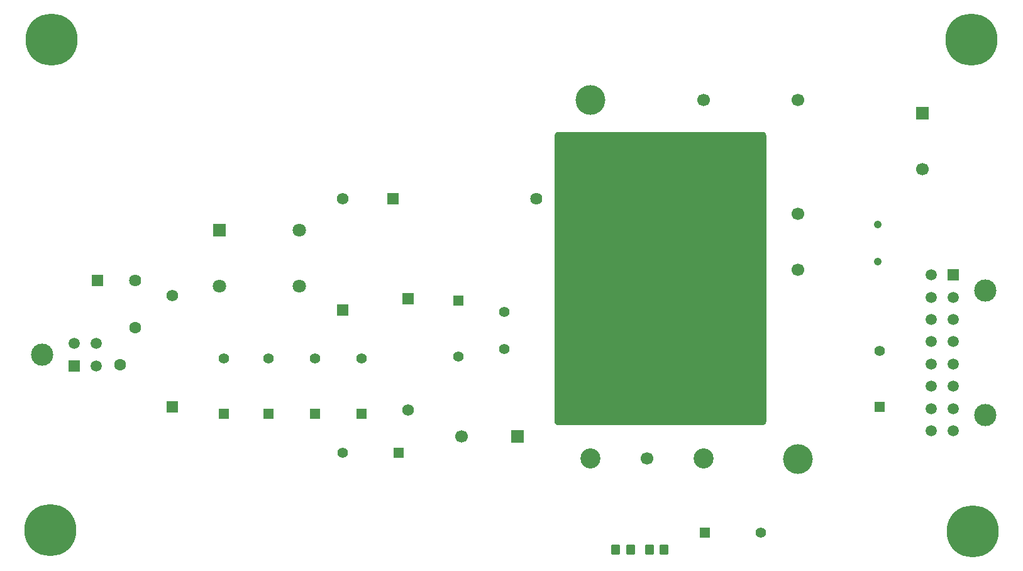
<source format=gbr>
%TF.GenerationSoftware,KiCad,Pcbnew,8.0.4*%
%TF.CreationDate,2024-11-06T13:18:38+05:30*%
%TF.ProjectId,PS_CARD,50535f43-4152-4442-9e6b-696361645f70,rev?*%
%TF.SameCoordinates,Original*%
%TF.FileFunction,Soldermask,Bot*%
%TF.FilePolarity,Negative*%
%FSLAX46Y46*%
G04 Gerber Fmt 4.6, Leading zero omitted, Abs format (unit mm)*
G04 Created by KiCad (PCBNEW 8.0.4) date 2024-11-06 13:18:38*
%MOMM*%
%LPD*%
G01*
G04 APERTURE LIST*
G04 Aperture macros list*
%AMRoundRect*
0 Rectangle with rounded corners*
0 $1 Rounding radius*
0 $2 $3 $4 $5 $6 $7 $8 $9 X,Y pos of 4 corners*
0 Add a 4 corners polygon primitive as box body*
4,1,4,$2,$3,$4,$5,$6,$7,$8,$9,$2,$3,0*
0 Add four circle primitives for the rounded corners*
1,1,$1+$1,$2,$3*
1,1,$1+$1,$4,$5*
1,1,$1+$1,$6,$7*
1,1,$1+$1,$8,$9*
0 Add four rect primitives between the rounded corners*
20,1,$1+$1,$2,$3,$4,$5,0*
20,1,$1+$1,$4,$5,$6,$7,0*
20,1,$1+$1,$6,$7,$8,$9,0*
20,1,$1+$1,$8,$9,$2,$3,0*%
G04 Aperture macros list end*
%ADD10R,1.800000X1.800000*%
%ADD11C,1.700000*%
%ADD12R,1.625600X1.625600*%
%ADD13C,1.625600*%
%ADD14C,3.900000*%
%ADD15C,7.000000*%
%ADD16C,4.000000*%
%ADD17C,2.700000*%
%ADD18R,1.422400X1.422400*%
%ADD19C,1.422400*%
%ADD20C,1.066800*%
%ADD21C,2.999999*%
%ADD22R,1.520000X1.520000*%
%ADD23C,1.520000*%
%ADD24R,1.574800X1.574800*%
%ADD25C,1.574800*%
%ADD26C,1.404000*%
%ADD27C,1.600000*%
%ADD28C,1.800000*%
%ADD29RoundRect,0.250000X-0.350000X-0.450000X0.350000X-0.450000X0.350000X0.450000X-0.350000X0.450000X0*%
G04 APERTURE END LIST*
D10*
%TO.C,C9*%
X179000000Y-80500000D03*
D11*
X179000000Y-88000000D03*
%TD*%
D12*
%TO.C,F1*%
X67920000Y-103000000D03*
D13*
X73000000Y-103000000D03*
%TD*%
D14*
%TO.C,MH4*%
X185600000Y-70600000D03*
D15*
X185600000Y-70600000D03*
%TD*%
D16*
%TO.C,U1*%
X162250000Y-127050000D03*
X134350000Y-78700000D03*
D11*
X149550000Y-78700000D03*
X162250000Y-78700000D03*
X162250000Y-94000000D03*
X162250000Y-101600000D03*
D17*
X149550000Y-127000000D03*
D11*
X141950000Y-127000000D03*
D17*
X134350000Y-127000000D03*
%TD*%
D18*
%TO.C,C12*%
X149750000Y-137000000D03*
D19*
X157250000Y-137000000D03*
%TD*%
D20*
%TO.C,C10*%
X173000000Y-95500000D03*
X173000000Y-100500000D03*
%TD*%
D21*
%TO.C,J2*%
X187520000Y-121100347D03*
X187520000Y-104400380D03*
D22*
X183200001Y-102260354D03*
D23*
X183200001Y-105260353D03*
X183200001Y-108260352D03*
X183200001Y-111260351D03*
X183200001Y-114260350D03*
X183200001Y-117260349D03*
X183200001Y-120260348D03*
X183200001Y-123260348D03*
X180200002Y-102260354D03*
X180200002Y-105260353D03*
X180200002Y-108260352D03*
X180200002Y-111260351D03*
X180200002Y-114260350D03*
X180200002Y-117260349D03*
X180200002Y-120260348D03*
X180200002Y-123260348D03*
%TD*%
D14*
%TO.C,MH2*%
X61600000Y-136600000D03*
D15*
X61600000Y-136600000D03*
%TD*%
D10*
%TO.C,C14*%
X124500000Y-124000000D03*
D11*
X117000000Y-124000000D03*
%TD*%
D18*
%TO.C,C11*%
X173250000Y-120000000D03*
D19*
X173250000Y-112500000D03*
%TD*%
D24*
%TO.C,C3*%
X109750000Y-105500000D03*
D25*
X109750000Y-120486000D03*
%TD*%
D26*
%TO.C,RT1*%
X122750000Y-107250000D03*
X122750000Y-112250000D03*
%TD*%
D18*
%TO.C,C7*%
X103500000Y-121000000D03*
D19*
X103500000Y-113500000D03*
%TD*%
D27*
%TO.C,RV1*%
X73000000Y-109400000D03*
X71000000Y-114400000D03*
%TD*%
D24*
%TO.C,C1*%
X78000000Y-120000000D03*
D25*
X78000000Y-105014000D03*
%TD*%
D18*
%TO.C,C13*%
X108500000Y-126250000D03*
D19*
X101000000Y-126250000D03*
%TD*%
D12*
%TO.C,L2*%
X107696000Y-92000000D03*
D13*
X127000000Y-92000000D03*
%TD*%
D10*
%TO.C,L1*%
X84400000Y-96250000D03*
D28*
X84400000Y-103750000D03*
X95100000Y-103750000D03*
X95100000Y-96250000D03*
%TD*%
D14*
%TO.C,MH3*%
X185800000Y-136800000D03*
D15*
X185800000Y-136800000D03*
%TD*%
D18*
%TO.C,C4*%
X85000000Y-121000000D03*
D19*
X85000000Y-113500000D03*
%TD*%
D24*
%TO.C,C2*%
X101000000Y-107000000D03*
D25*
X101000000Y-92014000D03*
%TD*%
D18*
%TO.C,C5*%
X91000000Y-121000000D03*
D19*
X91000000Y-113500000D03*
%TD*%
D18*
%TO.C,C8*%
X116500000Y-105750000D03*
D19*
X116500000Y-113250000D03*
%TD*%
D18*
%TO.C,C6*%
X97250000Y-121000000D03*
D19*
X97250000Y-113500000D03*
%TD*%
D21*
%TO.C,J1*%
X60480001Y-113000000D03*
D22*
X64800000Y-114500000D03*
D23*
X64800000Y-111500001D03*
X67799999Y-114500000D03*
X67799999Y-111500001D03*
%TD*%
D29*
%TO.C,R3*%
X142250000Y-139250000D03*
X144250000Y-139250000D03*
%TD*%
D14*
%TO.C,MH1*%
X61800000Y-70600000D03*
D15*
X61800000Y-70600000D03*
%TD*%
D29*
%TO.C,R2*%
X137750000Y-139250000D03*
X139750000Y-139250000D03*
%TD*%
G36*
X157508059Y-83001061D02*
G01*
X157613223Y-83014906D01*
X157644491Y-83023284D01*
X157734918Y-83060740D01*
X157762951Y-83076925D01*
X157840601Y-83136508D01*
X157863491Y-83159398D01*
X157923074Y-83237048D01*
X157939259Y-83265081D01*
X157976715Y-83355508D01*
X157985093Y-83386775D01*
X157998939Y-83491939D01*
X158000000Y-83508125D01*
X158000000Y-121991874D01*
X157998939Y-122008060D01*
X157985093Y-122113224D01*
X157976715Y-122144491D01*
X157939259Y-122234918D01*
X157923074Y-122262951D01*
X157863491Y-122340601D01*
X157840601Y-122363491D01*
X157762951Y-122423074D01*
X157734918Y-122439259D01*
X157644491Y-122476715D01*
X157613224Y-122485093D01*
X157508060Y-122498939D01*
X157491874Y-122500000D01*
X130008126Y-122500000D01*
X129991940Y-122498939D01*
X129886775Y-122485093D01*
X129855508Y-122476715D01*
X129765081Y-122439259D01*
X129737048Y-122423074D01*
X129659398Y-122363491D01*
X129636508Y-122340601D01*
X129576925Y-122262951D01*
X129560740Y-122234918D01*
X129523284Y-122144491D01*
X129514906Y-122113223D01*
X129501061Y-122008059D01*
X129500000Y-121991874D01*
X129500000Y-83508125D01*
X129501061Y-83491940D01*
X129514906Y-83386776D01*
X129523284Y-83355508D01*
X129560740Y-83265081D01*
X129576925Y-83237048D01*
X129636508Y-83159398D01*
X129659398Y-83136508D01*
X129737048Y-83076925D01*
X129765081Y-83060740D01*
X129855508Y-83023284D01*
X129886776Y-83014906D01*
X129991941Y-83001061D01*
X130008126Y-83000000D01*
X157491874Y-83000000D01*
X157508059Y-83001061D01*
G37*
M02*

</source>
